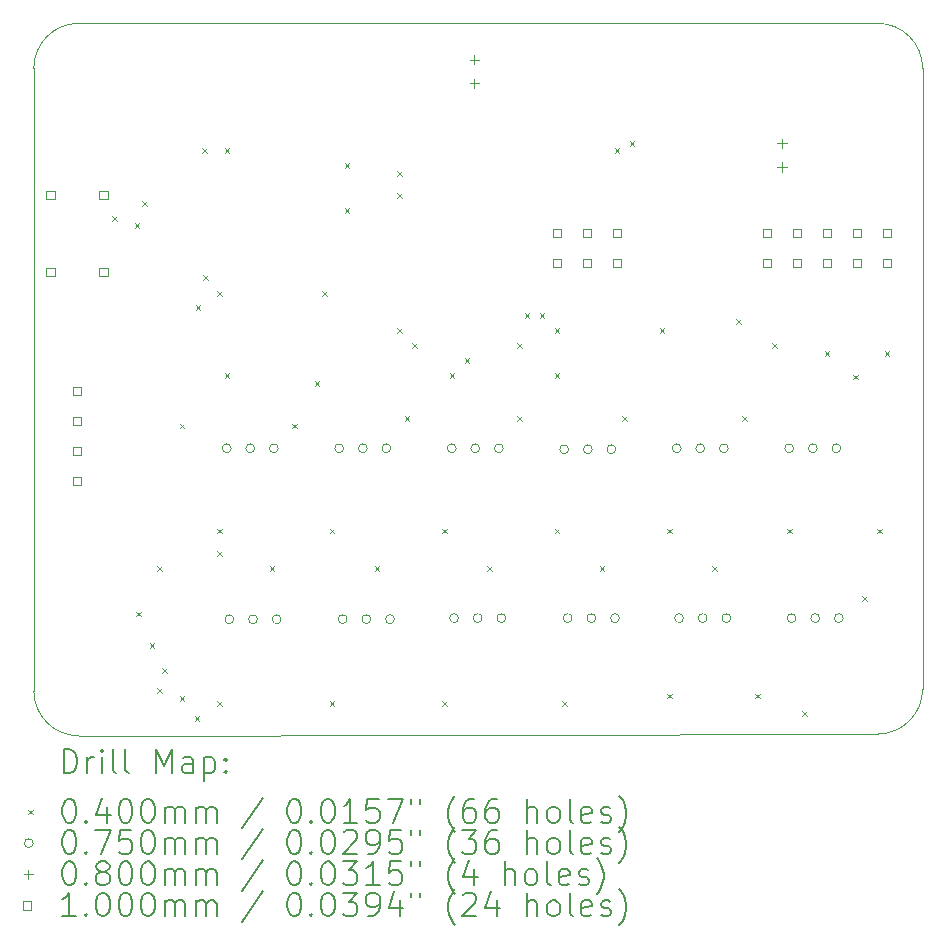
<source format=gbr>
%FSLAX45Y45*%
G04 Gerber Fmt 4.5, Leading zero omitted, Abs format (unit mm)*
G04 Created by KiCad (PCBNEW (6.0.0)) date 2022-03-13 20:46:12*
%MOMM*%
%LPD*%
G01*
G04 APERTURE LIST*
%TA.AperFunction,Profile*%
%ADD10C,0.100000*%
%TD*%
%ADD11C,0.200000*%
%ADD12C,0.040000*%
%ADD13C,0.075000*%
%ADD14C,0.080000*%
%ADD15C,0.100000*%
G04 APERTURE END LIST*
D10*
X7414092Y0D02*
G75*
G03*
X7033092Y381000I-381000J0D01*
G01*
X269408Y381000D02*
G75*
G03*
X-111592Y0I0J-381000D01*
G01*
X7033092Y-5636092D02*
X269408Y-5651500D01*
X7033092Y-5636092D02*
G75*
G03*
X7414092Y-5255092I0J381000D01*
G01*
X-111592Y-5270500D02*
X-111592Y0D01*
X269408Y381000D02*
X7033092Y381000D01*
X7414092Y-5255092D02*
X7414092Y0D01*
X-111592Y-5270500D02*
G75*
G03*
X269408Y-5651500I381000J0D01*
G01*
D11*
D12*
X551500Y-1250000D02*
X591500Y-1290000D01*
X591500Y-1250000D02*
X551500Y-1290000D01*
X742000Y-1313500D02*
X782000Y-1353500D01*
X782000Y-1313500D02*
X742000Y-1353500D01*
X756259Y-4601241D02*
X796259Y-4641241D01*
X796259Y-4601241D02*
X756259Y-4641241D01*
X805500Y-1123000D02*
X845500Y-1163000D01*
X845500Y-1123000D02*
X805500Y-1163000D01*
X869000Y-4869500D02*
X909000Y-4909500D01*
X909000Y-4869500D02*
X869000Y-4909500D01*
X932500Y-4215600D02*
X972500Y-4255600D01*
X972500Y-4215600D02*
X932500Y-4255600D01*
X932500Y-5250500D02*
X972500Y-5290500D01*
X972500Y-5250500D02*
X932500Y-5290500D01*
X977804Y-5078196D02*
X1017804Y-5118196D01*
X1017804Y-5078196D02*
X977804Y-5118196D01*
X1123000Y-3009100D02*
X1163000Y-3049100D01*
X1163000Y-3009100D02*
X1123000Y-3049100D01*
X1123000Y-5314000D02*
X1163000Y-5354000D01*
X1163000Y-5314000D02*
X1123000Y-5354000D01*
X1250000Y-5485600D02*
X1290000Y-5525600D01*
X1290000Y-5485600D02*
X1250000Y-5525600D01*
X1259597Y-2002403D02*
X1299597Y-2042403D01*
X1299597Y-2002403D02*
X1259597Y-2042403D01*
X1313500Y-678500D02*
X1353500Y-718500D01*
X1353500Y-678500D02*
X1313500Y-718500D01*
X1323049Y-1748451D02*
X1363049Y-1788451D01*
X1363049Y-1748451D02*
X1323049Y-1788451D01*
X1440500Y-1885000D02*
X1480500Y-1925000D01*
X1480500Y-1885000D02*
X1440500Y-1925000D01*
X1440500Y-3898100D02*
X1480500Y-3938100D01*
X1480500Y-3898100D02*
X1440500Y-3938100D01*
X1440500Y-4088600D02*
X1480500Y-4128600D01*
X1480500Y-4088600D02*
X1440500Y-4128600D01*
X1440500Y-5358600D02*
X1480500Y-5398600D01*
X1480500Y-5358600D02*
X1440500Y-5398600D01*
X1504000Y-678500D02*
X1544000Y-718500D01*
X1544000Y-678500D02*
X1504000Y-718500D01*
X1504000Y-2583500D02*
X1544000Y-2623500D01*
X1544000Y-2583500D02*
X1504000Y-2623500D01*
X1885000Y-4215600D02*
X1925000Y-4255600D01*
X1925000Y-4215600D02*
X1885000Y-4255600D01*
X2075500Y-3009100D02*
X2115500Y-3049100D01*
X2115500Y-3009100D02*
X2075500Y-3049100D01*
X2266000Y-2647000D02*
X2306000Y-2687000D01*
X2306000Y-2647000D02*
X2266000Y-2687000D01*
X2329500Y-1885000D02*
X2369500Y-1925000D01*
X2369500Y-1885000D02*
X2329500Y-1925000D01*
X2393000Y-3898100D02*
X2433000Y-3938100D01*
X2433000Y-3898100D02*
X2393000Y-3938100D01*
X2393000Y-5358600D02*
X2433000Y-5398600D01*
X2433000Y-5358600D02*
X2393000Y-5398600D01*
X2520000Y-805500D02*
X2560000Y-845500D01*
X2560000Y-805500D02*
X2520000Y-845500D01*
X2520000Y-1186500D02*
X2560000Y-1226500D01*
X2560000Y-1186500D02*
X2520000Y-1226500D01*
X2774000Y-4215600D02*
X2814000Y-4255600D01*
X2814000Y-4215600D02*
X2774000Y-4255600D01*
X2964500Y-869000D02*
X3004500Y-909000D01*
X3004500Y-869000D02*
X2964500Y-909000D01*
X2964500Y-1059500D02*
X3004500Y-1099500D01*
X3004500Y-1059500D02*
X2964500Y-1099500D01*
X2964500Y-2202500D02*
X3004500Y-2242500D01*
X3004500Y-2202500D02*
X2964500Y-2242500D01*
X3028000Y-2945600D02*
X3068000Y-2985600D01*
X3068000Y-2945600D02*
X3028000Y-2985600D01*
X3091500Y-2329500D02*
X3131500Y-2369500D01*
X3131500Y-2329500D02*
X3091500Y-2369500D01*
X3345500Y-3898100D02*
X3385500Y-3938100D01*
X3385500Y-3898100D02*
X3345500Y-3938100D01*
X3345500Y-5358600D02*
X3385500Y-5398600D01*
X3385500Y-5358600D02*
X3345500Y-5398600D01*
X3409000Y-2583500D02*
X3449000Y-2623500D01*
X3449000Y-2583500D02*
X3409000Y-2623500D01*
X3536000Y-2456500D02*
X3576000Y-2496500D01*
X3576000Y-2456500D02*
X3536000Y-2496500D01*
X3726500Y-4215600D02*
X3766500Y-4255600D01*
X3766500Y-4215600D02*
X3726500Y-4255600D01*
X3980500Y-2329500D02*
X4020500Y-2369500D01*
X4020500Y-2329500D02*
X3980500Y-2369500D01*
X3980500Y-2945600D02*
X4020500Y-2985600D01*
X4020500Y-2945600D02*
X3980500Y-2985600D01*
X4044000Y-2075500D02*
X4084000Y-2115500D01*
X4084000Y-2075500D02*
X4044000Y-2115500D01*
X4171000Y-2075500D02*
X4211000Y-2115500D01*
X4211000Y-2075500D02*
X4171000Y-2115500D01*
X4298000Y-2202500D02*
X4338000Y-2242500D01*
X4338000Y-2202500D02*
X4298000Y-2242500D01*
X4298000Y-2583500D02*
X4338000Y-2623500D01*
X4338000Y-2583500D02*
X4298000Y-2623500D01*
X4298000Y-3898100D02*
X4338000Y-3938100D01*
X4338000Y-3898100D02*
X4298000Y-3938100D01*
X4361500Y-5358600D02*
X4401500Y-5398600D01*
X4401500Y-5358600D02*
X4361500Y-5398600D01*
X4679000Y-4215600D02*
X4719000Y-4255600D01*
X4719000Y-4215600D02*
X4679000Y-4255600D01*
X4806000Y-678500D02*
X4846000Y-718500D01*
X4846000Y-678500D02*
X4806000Y-718500D01*
X4869500Y-2945600D02*
X4909500Y-2985600D01*
X4909500Y-2945600D02*
X4869500Y-2985600D01*
X4933000Y-615000D02*
X4973000Y-655000D01*
X4973000Y-615000D02*
X4933000Y-655000D01*
X5187000Y-2202500D02*
X5227000Y-2242500D01*
X5227000Y-2202500D02*
X5187000Y-2242500D01*
X5250500Y-3898100D02*
X5290500Y-3938100D01*
X5290500Y-3898100D02*
X5250500Y-3938100D01*
X5250500Y-5295100D02*
X5290500Y-5335100D01*
X5290500Y-5295100D02*
X5250500Y-5335100D01*
X5631500Y-4215600D02*
X5671500Y-4255600D01*
X5671500Y-4215600D02*
X5631500Y-4255600D01*
X5837000Y-2124000D02*
X5877000Y-2164000D01*
X5877000Y-2124000D02*
X5837000Y-2164000D01*
X5885500Y-2945600D02*
X5925500Y-2985600D01*
X5925500Y-2945600D02*
X5885500Y-2985600D01*
X5993600Y-5295100D02*
X6033600Y-5335100D01*
X6033600Y-5295100D02*
X5993600Y-5335100D01*
X6139500Y-2329500D02*
X6179500Y-2369500D01*
X6179500Y-2329500D02*
X6139500Y-2369500D01*
X6266500Y-3898100D02*
X6306500Y-3938100D01*
X6306500Y-3898100D02*
X6266500Y-3938100D01*
X6393500Y-5441000D02*
X6433500Y-5481000D01*
X6433500Y-5441000D02*
X6393500Y-5481000D01*
X6584000Y-2393000D02*
X6624000Y-2433000D01*
X6624000Y-2393000D02*
X6584000Y-2433000D01*
X6827500Y-2594000D02*
X6867500Y-2634000D01*
X6867500Y-2594000D02*
X6827500Y-2634000D01*
X6901500Y-4469600D02*
X6941500Y-4509600D01*
X6941500Y-4469600D02*
X6901500Y-4509600D01*
X7028500Y-3898100D02*
X7068500Y-3938100D01*
X7068500Y-3898100D02*
X7028500Y-3938100D01*
X7092000Y-2393000D02*
X7132000Y-2433000D01*
X7132000Y-2393000D02*
X7092000Y-2433000D01*
D13*
X1558900Y-3217300D02*
G75*
G03*
X1558900Y-3217300I-37500J0D01*
G01*
X1581800Y-4665300D02*
G75*
G03*
X1581800Y-4665300I-37500J0D01*
G01*
X1758900Y-3217300D02*
G75*
G03*
X1758900Y-3217300I-37500J0D01*
G01*
X1781800Y-4665300D02*
G75*
G03*
X1781800Y-4665300I-37500J0D01*
G01*
X1958900Y-3217300D02*
G75*
G03*
X1958900Y-3217300I-37500J0D01*
G01*
X1981800Y-4665300D02*
G75*
G03*
X1981800Y-4665300I-37500J0D01*
G01*
X2511400Y-3217300D02*
G75*
G03*
X2511400Y-3217300I-37500J0D01*
G01*
X2541400Y-4663700D02*
G75*
G03*
X2541400Y-4663700I-37500J0D01*
G01*
X2711400Y-3217300D02*
G75*
G03*
X2711400Y-3217300I-37500J0D01*
G01*
X2741400Y-4663700D02*
G75*
G03*
X2741400Y-4663700I-37500J0D01*
G01*
X2911400Y-3217300D02*
G75*
G03*
X2911400Y-3217300I-37500J0D01*
G01*
X2941400Y-4663700D02*
G75*
G03*
X2941400Y-4663700I-37500J0D01*
G01*
X3463900Y-3217300D02*
G75*
G03*
X3463900Y-3217300I-37500J0D01*
G01*
X3484400Y-4655200D02*
G75*
G03*
X3484400Y-4655200I-37500J0D01*
G01*
X3663900Y-3217300D02*
G75*
G03*
X3663900Y-3217300I-37500J0D01*
G01*
X3684400Y-4655200D02*
G75*
G03*
X3684400Y-4655200I-37500J0D01*
G01*
X3863900Y-3217300D02*
G75*
G03*
X3863900Y-3217300I-37500J0D01*
G01*
X3884400Y-4655200D02*
G75*
G03*
X3884400Y-4655200I-37500J0D01*
G01*
X4416400Y-3225800D02*
G75*
G03*
X4416400Y-3225800I-37500J0D01*
G01*
X4446400Y-4655200D02*
G75*
G03*
X4446400Y-4655200I-37500J0D01*
G01*
X4616400Y-3225800D02*
G75*
G03*
X4616400Y-3225800I-37500J0D01*
G01*
X4646400Y-4655200D02*
G75*
G03*
X4646400Y-4655200I-37500J0D01*
G01*
X4816400Y-3225800D02*
G75*
G03*
X4816400Y-3225800I-37500J0D01*
G01*
X4846400Y-4655200D02*
G75*
G03*
X4846400Y-4655200I-37500J0D01*
G01*
X5368900Y-3217300D02*
G75*
G03*
X5368900Y-3217300I-37500J0D01*
G01*
X5389400Y-4655200D02*
G75*
G03*
X5389400Y-4655200I-37500J0D01*
G01*
X5568900Y-3217300D02*
G75*
G03*
X5568900Y-3217300I-37500J0D01*
G01*
X5589400Y-4655200D02*
G75*
G03*
X5589400Y-4655200I-37500J0D01*
G01*
X5768900Y-3217300D02*
G75*
G03*
X5768900Y-3217300I-37500J0D01*
G01*
X5789400Y-4655200D02*
G75*
G03*
X5789400Y-4655200I-37500J0D01*
G01*
X6321400Y-3217300D02*
G75*
G03*
X6321400Y-3217300I-37500J0D01*
G01*
X6341900Y-4655200D02*
G75*
G03*
X6341900Y-4655200I-37500J0D01*
G01*
X6521400Y-3217300D02*
G75*
G03*
X6521400Y-3217300I-37500J0D01*
G01*
X6541900Y-4655200D02*
G75*
G03*
X6541900Y-4655200I-37500J0D01*
G01*
X6721400Y-3217300D02*
G75*
G03*
X6721400Y-3217300I-37500J0D01*
G01*
X6741900Y-4655200D02*
G75*
G03*
X6741900Y-4655200I-37500J0D01*
G01*
D14*
X3619500Y113000D02*
X3619500Y33000D01*
X3579500Y73000D02*
X3659500Y73000D01*
X3619500Y-87000D02*
X3619500Y-167000D01*
X3579500Y-127000D02*
X3659500Y-127000D01*
X6223000Y-595000D02*
X6223000Y-675000D01*
X6183000Y-635000D02*
X6263000Y-635000D01*
X6223000Y-795000D02*
X6223000Y-875000D01*
X6183000Y-835000D02*
X6263000Y-835000D01*
D15*
X64356Y-1107356D02*
X64356Y-1036644D01*
X-6356Y-1036644D01*
X-6356Y-1107356D01*
X64356Y-1107356D01*
X64356Y-1757356D02*
X64356Y-1686644D01*
X-6356Y-1686644D01*
X-6356Y-1757356D01*
X64356Y-1757356D01*
X289356Y-2765856D02*
X289356Y-2695144D01*
X218644Y-2695144D01*
X218644Y-2765856D01*
X289356Y-2765856D01*
X289356Y-3019856D02*
X289356Y-2949144D01*
X218644Y-2949144D01*
X218644Y-3019856D01*
X289356Y-3019856D01*
X289356Y-3273856D02*
X289356Y-3203144D01*
X218644Y-3203144D01*
X218644Y-3273856D01*
X289356Y-3273856D01*
X289356Y-3527856D02*
X289356Y-3457144D01*
X218644Y-3457144D01*
X218644Y-3527856D01*
X289356Y-3527856D01*
X514356Y-1107356D02*
X514356Y-1036644D01*
X443644Y-1036644D01*
X443644Y-1107356D01*
X514356Y-1107356D01*
X514356Y-1757356D02*
X514356Y-1686644D01*
X443644Y-1686644D01*
X443644Y-1757356D01*
X514356Y-1757356D01*
X4353356Y-1432356D02*
X4353356Y-1361644D01*
X4282644Y-1361644D01*
X4282644Y-1432356D01*
X4353356Y-1432356D01*
X4353356Y-1686356D02*
X4353356Y-1615644D01*
X4282644Y-1615644D01*
X4282644Y-1686356D01*
X4353356Y-1686356D01*
X4607356Y-1432356D02*
X4607356Y-1361644D01*
X4536644Y-1361644D01*
X4536644Y-1432356D01*
X4607356Y-1432356D01*
X4607356Y-1686356D02*
X4607356Y-1615644D01*
X4536644Y-1615644D01*
X4536644Y-1686356D01*
X4607356Y-1686356D01*
X4861356Y-1432356D02*
X4861356Y-1361644D01*
X4790644Y-1361644D01*
X4790644Y-1432356D01*
X4861356Y-1432356D01*
X4861356Y-1686356D02*
X4861356Y-1615644D01*
X4790644Y-1615644D01*
X4790644Y-1686356D01*
X4861356Y-1686356D01*
X6131356Y-1432356D02*
X6131356Y-1361644D01*
X6060644Y-1361644D01*
X6060644Y-1432356D01*
X6131356Y-1432356D01*
X6131356Y-1686356D02*
X6131356Y-1615644D01*
X6060644Y-1615644D01*
X6060644Y-1686356D01*
X6131356Y-1686356D01*
X6385356Y-1432356D02*
X6385356Y-1361644D01*
X6314644Y-1361644D01*
X6314644Y-1432356D01*
X6385356Y-1432356D01*
X6385356Y-1686356D02*
X6385356Y-1615644D01*
X6314644Y-1615644D01*
X6314644Y-1686356D01*
X6385356Y-1686356D01*
X6639356Y-1432356D02*
X6639356Y-1361644D01*
X6568644Y-1361644D01*
X6568644Y-1432356D01*
X6639356Y-1432356D01*
X6639356Y-1686356D02*
X6639356Y-1615644D01*
X6568644Y-1615644D01*
X6568644Y-1686356D01*
X6639356Y-1686356D01*
X6893356Y-1432356D02*
X6893356Y-1361644D01*
X6822644Y-1361644D01*
X6822644Y-1432356D01*
X6893356Y-1432356D01*
X6893356Y-1686356D02*
X6893356Y-1615644D01*
X6822644Y-1615644D01*
X6822644Y-1686356D01*
X6893356Y-1686356D01*
X7147356Y-1432356D02*
X7147356Y-1361644D01*
X7076644Y-1361644D01*
X7076644Y-1432356D01*
X7147356Y-1432356D01*
X7147356Y-1686356D02*
X7147356Y-1615644D01*
X7076644Y-1615644D01*
X7076644Y-1686356D01*
X7147356Y-1686356D01*
D11*
X141027Y-5966976D02*
X141027Y-5766976D01*
X188646Y-5766976D01*
X217217Y-5776500D01*
X236265Y-5795548D01*
X245789Y-5814595D01*
X255312Y-5852690D01*
X255312Y-5881262D01*
X245789Y-5919357D01*
X236265Y-5938405D01*
X217217Y-5957452D01*
X188646Y-5966976D01*
X141027Y-5966976D01*
X341027Y-5966976D02*
X341027Y-5833643D01*
X341027Y-5871738D02*
X350550Y-5852690D01*
X360074Y-5843167D01*
X379122Y-5833643D01*
X398170Y-5833643D01*
X464836Y-5966976D02*
X464836Y-5833643D01*
X464836Y-5766976D02*
X455312Y-5776500D01*
X464836Y-5786024D01*
X474360Y-5776500D01*
X464836Y-5766976D01*
X464836Y-5786024D01*
X588646Y-5966976D02*
X569598Y-5957452D01*
X560074Y-5938405D01*
X560074Y-5766976D01*
X693408Y-5966976D02*
X674360Y-5957452D01*
X664836Y-5938405D01*
X664836Y-5766976D01*
X921979Y-5966976D02*
X921979Y-5766976D01*
X988646Y-5909833D01*
X1055312Y-5766976D01*
X1055312Y-5966976D01*
X1236265Y-5966976D02*
X1236265Y-5862214D01*
X1226741Y-5843167D01*
X1207693Y-5833643D01*
X1169598Y-5833643D01*
X1150551Y-5843167D01*
X1236265Y-5957452D02*
X1217217Y-5966976D01*
X1169598Y-5966976D01*
X1150551Y-5957452D01*
X1141027Y-5938405D01*
X1141027Y-5919357D01*
X1150551Y-5900309D01*
X1169598Y-5890786D01*
X1217217Y-5890786D01*
X1236265Y-5881262D01*
X1331503Y-5833643D02*
X1331503Y-6033643D01*
X1331503Y-5843167D02*
X1350551Y-5833643D01*
X1388646Y-5833643D01*
X1407693Y-5843167D01*
X1417217Y-5852690D01*
X1426741Y-5871738D01*
X1426741Y-5928881D01*
X1417217Y-5947928D01*
X1407693Y-5957452D01*
X1388646Y-5966976D01*
X1350551Y-5966976D01*
X1331503Y-5957452D01*
X1512455Y-5947928D02*
X1521979Y-5957452D01*
X1512455Y-5966976D01*
X1502931Y-5957452D01*
X1512455Y-5947928D01*
X1512455Y-5966976D01*
X1512455Y-5843167D02*
X1521979Y-5852690D01*
X1512455Y-5862214D01*
X1502931Y-5852690D01*
X1512455Y-5843167D01*
X1512455Y-5862214D01*
D12*
X-156592Y-6276500D02*
X-116592Y-6316500D01*
X-116592Y-6276500D02*
X-156592Y-6316500D01*
D11*
X179122Y-6186976D02*
X198170Y-6186976D01*
X217217Y-6196500D01*
X226741Y-6206024D01*
X236265Y-6225071D01*
X245789Y-6263167D01*
X245789Y-6310786D01*
X236265Y-6348881D01*
X226741Y-6367928D01*
X217217Y-6377452D01*
X198170Y-6386976D01*
X179122Y-6386976D01*
X160074Y-6377452D01*
X150551Y-6367928D01*
X141027Y-6348881D01*
X131503Y-6310786D01*
X131503Y-6263167D01*
X141027Y-6225071D01*
X150551Y-6206024D01*
X160074Y-6196500D01*
X179122Y-6186976D01*
X331503Y-6367928D02*
X341027Y-6377452D01*
X331503Y-6386976D01*
X321979Y-6377452D01*
X331503Y-6367928D01*
X331503Y-6386976D01*
X512455Y-6253643D02*
X512455Y-6386976D01*
X464836Y-6177452D02*
X417217Y-6320309D01*
X541027Y-6320309D01*
X655312Y-6186976D02*
X674360Y-6186976D01*
X693408Y-6196500D01*
X702931Y-6206024D01*
X712455Y-6225071D01*
X721979Y-6263167D01*
X721979Y-6310786D01*
X712455Y-6348881D01*
X702931Y-6367928D01*
X693408Y-6377452D01*
X674360Y-6386976D01*
X655312Y-6386976D01*
X636265Y-6377452D01*
X626741Y-6367928D01*
X617217Y-6348881D01*
X607693Y-6310786D01*
X607693Y-6263167D01*
X617217Y-6225071D01*
X626741Y-6206024D01*
X636265Y-6196500D01*
X655312Y-6186976D01*
X845789Y-6186976D02*
X864836Y-6186976D01*
X883884Y-6196500D01*
X893408Y-6206024D01*
X902931Y-6225071D01*
X912455Y-6263167D01*
X912455Y-6310786D01*
X902931Y-6348881D01*
X893408Y-6367928D01*
X883884Y-6377452D01*
X864836Y-6386976D01*
X845789Y-6386976D01*
X826741Y-6377452D01*
X817217Y-6367928D01*
X807693Y-6348881D01*
X798170Y-6310786D01*
X798170Y-6263167D01*
X807693Y-6225071D01*
X817217Y-6206024D01*
X826741Y-6196500D01*
X845789Y-6186976D01*
X998170Y-6386976D02*
X998170Y-6253643D01*
X998170Y-6272690D02*
X1007693Y-6263167D01*
X1026741Y-6253643D01*
X1055312Y-6253643D01*
X1074360Y-6263167D01*
X1083884Y-6282214D01*
X1083884Y-6386976D01*
X1083884Y-6282214D02*
X1093408Y-6263167D01*
X1112455Y-6253643D01*
X1141027Y-6253643D01*
X1160074Y-6263167D01*
X1169598Y-6282214D01*
X1169598Y-6386976D01*
X1264836Y-6386976D02*
X1264836Y-6253643D01*
X1264836Y-6272690D02*
X1274360Y-6263167D01*
X1293408Y-6253643D01*
X1321979Y-6253643D01*
X1341027Y-6263167D01*
X1350551Y-6282214D01*
X1350551Y-6386976D01*
X1350551Y-6282214D02*
X1360074Y-6263167D01*
X1379122Y-6253643D01*
X1407693Y-6253643D01*
X1426741Y-6263167D01*
X1436265Y-6282214D01*
X1436265Y-6386976D01*
X1826741Y-6177452D02*
X1655312Y-6434595D01*
X2083884Y-6186976D02*
X2102932Y-6186976D01*
X2121979Y-6196500D01*
X2131503Y-6206024D01*
X2141027Y-6225071D01*
X2150551Y-6263167D01*
X2150551Y-6310786D01*
X2141027Y-6348881D01*
X2131503Y-6367928D01*
X2121979Y-6377452D01*
X2102932Y-6386976D01*
X2083884Y-6386976D01*
X2064836Y-6377452D01*
X2055312Y-6367928D01*
X2045789Y-6348881D01*
X2036265Y-6310786D01*
X2036265Y-6263167D01*
X2045789Y-6225071D01*
X2055312Y-6206024D01*
X2064836Y-6196500D01*
X2083884Y-6186976D01*
X2236265Y-6367928D02*
X2245789Y-6377452D01*
X2236265Y-6386976D01*
X2226741Y-6377452D01*
X2236265Y-6367928D01*
X2236265Y-6386976D01*
X2369598Y-6186976D02*
X2388646Y-6186976D01*
X2407693Y-6196500D01*
X2417217Y-6206024D01*
X2426741Y-6225071D01*
X2436265Y-6263167D01*
X2436265Y-6310786D01*
X2426741Y-6348881D01*
X2417217Y-6367928D01*
X2407693Y-6377452D01*
X2388646Y-6386976D01*
X2369598Y-6386976D01*
X2350551Y-6377452D01*
X2341027Y-6367928D01*
X2331503Y-6348881D01*
X2321979Y-6310786D01*
X2321979Y-6263167D01*
X2331503Y-6225071D01*
X2341027Y-6206024D01*
X2350551Y-6196500D01*
X2369598Y-6186976D01*
X2626741Y-6386976D02*
X2512455Y-6386976D01*
X2569598Y-6386976D02*
X2569598Y-6186976D01*
X2550551Y-6215548D01*
X2531503Y-6234595D01*
X2512455Y-6244119D01*
X2807693Y-6186976D02*
X2712455Y-6186976D01*
X2702932Y-6282214D01*
X2712455Y-6272690D01*
X2731503Y-6263167D01*
X2779122Y-6263167D01*
X2798170Y-6272690D01*
X2807693Y-6282214D01*
X2817217Y-6301262D01*
X2817217Y-6348881D01*
X2807693Y-6367928D01*
X2798170Y-6377452D01*
X2779122Y-6386976D01*
X2731503Y-6386976D01*
X2712455Y-6377452D01*
X2702932Y-6367928D01*
X2883884Y-6186976D02*
X3017217Y-6186976D01*
X2931503Y-6386976D01*
X3083884Y-6186976D02*
X3083884Y-6225071D01*
X3160074Y-6186976D02*
X3160074Y-6225071D01*
X3455312Y-6463167D02*
X3445789Y-6453643D01*
X3426741Y-6425071D01*
X3417217Y-6406024D01*
X3407693Y-6377452D01*
X3398170Y-6329833D01*
X3398170Y-6291738D01*
X3407693Y-6244119D01*
X3417217Y-6215548D01*
X3426741Y-6196500D01*
X3445789Y-6167928D01*
X3455312Y-6158405D01*
X3617217Y-6186976D02*
X3579122Y-6186976D01*
X3560074Y-6196500D01*
X3550550Y-6206024D01*
X3531503Y-6234595D01*
X3521979Y-6272690D01*
X3521979Y-6348881D01*
X3531503Y-6367928D01*
X3541027Y-6377452D01*
X3560074Y-6386976D01*
X3598170Y-6386976D01*
X3617217Y-6377452D01*
X3626741Y-6367928D01*
X3636265Y-6348881D01*
X3636265Y-6301262D01*
X3626741Y-6282214D01*
X3617217Y-6272690D01*
X3598170Y-6263167D01*
X3560074Y-6263167D01*
X3541027Y-6272690D01*
X3531503Y-6282214D01*
X3521979Y-6301262D01*
X3807693Y-6186976D02*
X3769598Y-6186976D01*
X3750550Y-6196500D01*
X3741027Y-6206024D01*
X3721979Y-6234595D01*
X3712455Y-6272690D01*
X3712455Y-6348881D01*
X3721979Y-6367928D01*
X3731503Y-6377452D01*
X3750550Y-6386976D01*
X3788646Y-6386976D01*
X3807693Y-6377452D01*
X3817217Y-6367928D01*
X3826741Y-6348881D01*
X3826741Y-6301262D01*
X3817217Y-6282214D01*
X3807693Y-6272690D01*
X3788646Y-6263167D01*
X3750550Y-6263167D01*
X3731503Y-6272690D01*
X3721979Y-6282214D01*
X3712455Y-6301262D01*
X4064836Y-6386976D02*
X4064836Y-6186976D01*
X4150550Y-6386976D02*
X4150550Y-6282214D01*
X4141027Y-6263167D01*
X4121979Y-6253643D01*
X4093408Y-6253643D01*
X4074360Y-6263167D01*
X4064836Y-6272690D01*
X4274360Y-6386976D02*
X4255312Y-6377452D01*
X4245789Y-6367928D01*
X4236265Y-6348881D01*
X4236265Y-6291738D01*
X4245789Y-6272690D01*
X4255312Y-6263167D01*
X4274360Y-6253643D01*
X4302932Y-6253643D01*
X4321979Y-6263167D01*
X4331503Y-6272690D01*
X4341027Y-6291738D01*
X4341027Y-6348881D01*
X4331503Y-6367928D01*
X4321979Y-6377452D01*
X4302932Y-6386976D01*
X4274360Y-6386976D01*
X4455312Y-6386976D02*
X4436265Y-6377452D01*
X4426741Y-6358405D01*
X4426741Y-6186976D01*
X4607693Y-6377452D02*
X4588646Y-6386976D01*
X4550551Y-6386976D01*
X4531503Y-6377452D01*
X4521979Y-6358405D01*
X4521979Y-6282214D01*
X4531503Y-6263167D01*
X4550551Y-6253643D01*
X4588646Y-6253643D01*
X4607693Y-6263167D01*
X4617217Y-6282214D01*
X4617217Y-6301262D01*
X4521979Y-6320309D01*
X4693408Y-6377452D02*
X4712455Y-6386976D01*
X4750551Y-6386976D01*
X4769598Y-6377452D01*
X4779122Y-6358405D01*
X4779122Y-6348881D01*
X4769598Y-6329833D01*
X4750551Y-6320309D01*
X4721979Y-6320309D01*
X4702932Y-6310786D01*
X4693408Y-6291738D01*
X4693408Y-6282214D01*
X4702932Y-6263167D01*
X4721979Y-6253643D01*
X4750551Y-6253643D01*
X4769598Y-6263167D01*
X4845789Y-6463167D02*
X4855312Y-6453643D01*
X4874360Y-6425071D01*
X4883884Y-6406024D01*
X4893408Y-6377452D01*
X4902932Y-6329833D01*
X4902932Y-6291738D01*
X4893408Y-6244119D01*
X4883884Y-6215548D01*
X4874360Y-6196500D01*
X4855312Y-6167928D01*
X4845789Y-6158405D01*
D13*
X-116592Y-6560500D02*
G75*
G03*
X-116592Y-6560500I-37500J0D01*
G01*
D11*
X179122Y-6450976D02*
X198170Y-6450976D01*
X217217Y-6460500D01*
X226741Y-6470024D01*
X236265Y-6489071D01*
X245789Y-6527167D01*
X245789Y-6574786D01*
X236265Y-6612881D01*
X226741Y-6631928D01*
X217217Y-6641452D01*
X198170Y-6650976D01*
X179122Y-6650976D01*
X160074Y-6641452D01*
X150551Y-6631928D01*
X141027Y-6612881D01*
X131503Y-6574786D01*
X131503Y-6527167D01*
X141027Y-6489071D01*
X150551Y-6470024D01*
X160074Y-6460500D01*
X179122Y-6450976D01*
X331503Y-6631928D02*
X341027Y-6641452D01*
X331503Y-6650976D01*
X321979Y-6641452D01*
X331503Y-6631928D01*
X331503Y-6650976D01*
X407693Y-6450976D02*
X541027Y-6450976D01*
X455312Y-6650976D01*
X712455Y-6450976D02*
X617217Y-6450976D01*
X607693Y-6546214D01*
X617217Y-6536690D01*
X636265Y-6527167D01*
X683884Y-6527167D01*
X702931Y-6536690D01*
X712455Y-6546214D01*
X721979Y-6565262D01*
X721979Y-6612881D01*
X712455Y-6631928D01*
X702931Y-6641452D01*
X683884Y-6650976D01*
X636265Y-6650976D01*
X617217Y-6641452D01*
X607693Y-6631928D01*
X845789Y-6450976D02*
X864836Y-6450976D01*
X883884Y-6460500D01*
X893408Y-6470024D01*
X902931Y-6489071D01*
X912455Y-6527167D01*
X912455Y-6574786D01*
X902931Y-6612881D01*
X893408Y-6631928D01*
X883884Y-6641452D01*
X864836Y-6650976D01*
X845789Y-6650976D01*
X826741Y-6641452D01*
X817217Y-6631928D01*
X807693Y-6612881D01*
X798170Y-6574786D01*
X798170Y-6527167D01*
X807693Y-6489071D01*
X817217Y-6470024D01*
X826741Y-6460500D01*
X845789Y-6450976D01*
X998170Y-6650976D02*
X998170Y-6517643D01*
X998170Y-6536690D02*
X1007693Y-6527167D01*
X1026741Y-6517643D01*
X1055312Y-6517643D01*
X1074360Y-6527167D01*
X1083884Y-6546214D01*
X1083884Y-6650976D01*
X1083884Y-6546214D02*
X1093408Y-6527167D01*
X1112455Y-6517643D01*
X1141027Y-6517643D01*
X1160074Y-6527167D01*
X1169598Y-6546214D01*
X1169598Y-6650976D01*
X1264836Y-6650976D02*
X1264836Y-6517643D01*
X1264836Y-6536690D02*
X1274360Y-6527167D01*
X1293408Y-6517643D01*
X1321979Y-6517643D01*
X1341027Y-6527167D01*
X1350551Y-6546214D01*
X1350551Y-6650976D01*
X1350551Y-6546214D02*
X1360074Y-6527167D01*
X1379122Y-6517643D01*
X1407693Y-6517643D01*
X1426741Y-6527167D01*
X1436265Y-6546214D01*
X1436265Y-6650976D01*
X1826741Y-6441452D02*
X1655312Y-6698595D01*
X2083884Y-6450976D02*
X2102932Y-6450976D01*
X2121979Y-6460500D01*
X2131503Y-6470024D01*
X2141027Y-6489071D01*
X2150551Y-6527167D01*
X2150551Y-6574786D01*
X2141027Y-6612881D01*
X2131503Y-6631928D01*
X2121979Y-6641452D01*
X2102932Y-6650976D01*
X2083884Y-6650976D01*
X2064836Y-6641452D01*
X2055312Y-6631928D01*
X2045789Y-6612881D01*
X2036265Y-6574786D01*
X2036265Y-6527167D01*
X2045789Y-6489071D01*
X2055312Y-6470024D01*
X2064836Y-6460500D01*
X2083884Y-6450976D01*
X2236265Y-6631928D02*
X2245789Y-6641452D01*
X2236265Y-6650976D01*
X2226741Y-6641452D01*
X2236265Y-6631928D01*
X2236265Y-6650976D01*
X2369598Y-6450976D02*
X2388646Y-6450976D01*
X2407693Y-6460500D01*
X2417217Y-6470024D01*
X2426741Y-6489071D01*
X2436265Y-6527167D01*
X2436265Y-6574786D01*
X2426741Y-6612881D01*
X2417217Y-6631928D01*
X2407693Y-6641452D01*
X2388646Y-6650976D01*
X2369598Y-6650976D01*
X2350551Y-6641452D01*
X2341027Y-6631928D01*
X2331503Y-6612881D01*
X2321979Y-6574786D01*
X2321979Y-6527167D01*
X2331503Y-6489071D01*
X2341027Y-6470024D01*
X2350551Y-6460500D01*
X2369598Y-6450976D01*
X2512455Y-6470024D02*
X2521979Y-6460500D01*
X2541027Y-6450976D01*
X2588646Y-6450976D01*
X2607693Y-6460500D01*
X2617217Y-6470024D01*
X2626741Y-6489071D01*
X2626741Y-6508119D01*
X2617217Y-6536690D01*
X2502932Y-6650976D01*
X2626741Y-6650976D01*
X2721979Y-6650976D02*
X2760074Y-6650976D01*
X2779122Y-6641452D01*
X2788646Y-6631928D01*
X2807693Y-6603357D01*
X2817217Y-6565262D01*
X2817217Y-6489071D01*
X2807693Y-6470024D01*
X2798170Y-6460500D01*
X2779122Y-6450976D01*
X2741027Y-6450976D01*
X2721979Y-6460500D01*
X2712455Y-6470024D01*
X2702932Y-6489071D01*
X2702932Y-6536690D01*
X2712455Y-6555738D01*
X2721979Y-6565262D01*
X2741027Y-6574786D01*
X2779122Y-6574786D01*
X2798170Y-6565262D01*
X2807693Y-6555738D01*
X2817217Y-6536690D01*
X2998170Y-6450976D02*
X2902931Y-6450976D01*
X2893408Y-6546214D01*
X2902931Y-6536690D01*
X2921979Y-6527167D01*
X2969598Y-6527167D01*
X2988646Y-6536690D01*
X2998170Y-6546214D01*
X3007693Y-6565262D01*
X3007693Y-6612881D01*
X2998170Y-6631928D01*
X2988646Y-6641452D01*
X2969598Y-6650976D01*
X2921979Y-6650976D01*
X2902931Y-6641452D01*
X2893408Y-6631928D01*
X3083884Y-6450976D02*
X3083884Y-6489071D01*
X3160074Y-6450976D02*
X3160074Y-6489071D01*
X3455312Y-6727167D02*
X3445789Y-6717643D01*
X3426741Y-6689071D01*
X3417217Y-6670024D01*
X3407693Y-6641452D01*
X3398170Y-6593833D01*
X3398170Y-6555738D01*
X3407693Y-6508119D01*
X3417217Y-6479548D01*
X3426741Y-6460500D01*
X3445789Y-6431928D01*
X3455312Y-6422405D01*
X3512455Y-6450976D02*
X3636265Y-6450976D01*
X3569598Y-6527167D01*
X3598170Y-6527167D01*
X3617217Y-6536690D01*
X3626741Y-6546214D01*
X3636265Y-6565262D01*
X3636265Y-6612881D01*
X3626741Y-6631928D01*
X3617217Y-6641452D01*
X3598170Y-6650976D01*
X3541027Y-6650976D01*
X3521979Y-6641452D01*
X3512455Y-6631928D01*
X3807693Y-6450976D02*
X3769598Y-6450976D01*
X3750550Y-6460500D01*
X3741027Y-6470024D01*
X3721979Y-6498595D01*
X3712455Y-6536690D01*
X3712455Y-6612881D01*
X3721979Y-6631928D01*
X3731503Y-6641452D01*
X3750550Y-6650976D01*
X3788646Y-6650976D01*
X3807693Y-6641452D01*
X3817217Y-6631928D01*
X3826741Y-6612881D01*
X3826741Y-6565262D01*
X3817217Y-6546214D01*
X3807693Y-6536690D01*
X3788646Y-6527167D01*
X3750550Y-6527167D01*
X3731503Y-6536690D01*
X3721979Y-6546214D01*
X3712455Y-6565262D01*
X4064836Y-6650976D02*
X4064836Y-6450976D01*
X4150550Y-6650976D02*
X4150550Y-6546214D01*
X4141027Y-6527167D01*
X4121979Y-6517643D01*
X4093408Y-6517643D01*
X4074360Y-6527167D01*
X4064836Y-6536690D01*
X4274360Y-6650976D02*
X4255312Y-6641452D01*
X4245789Y-6631928D01*
X4236265Y-6612881D01*
X4236265Y-6555738D01*
X4245789Y-6536690D01*
X4255312Y-6527167D01*
X4274360Y-6517643D01*
X4302932Y-6517643D01*
X4321979Y-6527167D01*
X4331503Y-6536690D01*
X4341027Y-6555738D01*
X4341027Y-6612881D01*
X4331503Y-6631928D01*
X4321979Y-6641452D01*
X4302932Y-6650976D01*
X4274360Y-6650976D01*
X4455312Y-6650976D02*
X4436265Y-6641452D01*
X4426741Y-6622405D01*
X4426741Y-6450976D01*
X4607693Y-6641452D02*
X4588646Y-6650976D01*
X4550551Y-6650976D01*
X4531503Y-6641452D01*
X4521979Y-6622405D01*
X4521979Y-6546214D01*
X4531503Y-6527167D01*
X4550551Y-6517643D01*
X4588646Y-6517643D01*
X4607693Y-6527167D01*
X4617217Y-6546214D01*
X4617217Y-6565262D01*
X4521979Y-6584309D01*
X4693408Y-6641452D02*
X4712455Y-6650976D01*
X4750551Y-6650976D01*
X4769598Y-6641452D01*
X4779122Y-6622405D01*
X4779122Y-6612881D01*
X4769598Y-6593833D01*
X4750551Y-6584309D01*
X4721979Y-6584309D01*
X4702932Y-6574786D01*
X4693408Y-6555738D01*
X4693408Y-6546214D01*
X4702932Y-6527167D01*
X4721979Y-6517643D01*
X4750551Y-6517643D01*
X4769598Y-6527167D01*
X4845789Y-6727167D02*
X4855312Y-6717643D01*
X4874360Y-6689071D01*
X4883884Y-6670024D01*
X4893408Y-6641452D01*
X4902932Y-6593833D01*
X4902932Y-6555738D01*
X4893408Y-6508119D01*
X4883884Y-6479548D01*
X4874360Y-6460500D01*
X4855312Y-6431928D01*
X4845789Y-6422405D01*
D14*
X-156592Y-6784500D02*
X-156592Y-6864500D01*
X-196592Y-6824500D02*
X-116592Y-6824500D01*
D11*
X179122Y-6714976D02*
X198170Y-6714976D01*
X217217Y-6724500D01*
X226741Y-6734024D01*
X236265Y-6753071D01*
X245789Y-6791167D01*
X245789Y-6838786D01*
X236265Y-6876881D01*
X226741Y-6895928D01*
X217217Y-6905452D01*
X198170Y-6914976D01*
X179122Y-6914976D01*
X160074Y-6905452D01*
X150551Y-6895928D01*
X141027Y-6876881D01*
X131503Y-6838786D01*
X131503Y-6791167D01*
X141027Y-6753071D01*
X150551Y-6734024D01*
X160074Y-6724500D01*
X179122Y-6714976D01*
X331503Y-6895928D02*
X341027Y-6905452D01*
X331503Y-6914976D01*
X321979Y-6905452D01*
X331503Y-6895928D01*
X331503Y-6914976D01*
X455312Y-6800690D02*
X436265Y-6791167D01*
X426741Y-6781643D01*
X417217Y-6762595D01*
X417217Y-6753071D01*
X426741Y-6734024D01*
X436265Y-6724500D01*
X455312Y-6714976D01*
X493408Y-6714976D01*
X512455Y-6724500D01*
X521979Y-6734024D01*
X531503Y-6753071D01*
X531503Y-6762595D01*
X521979Y-6781643D01*
X512455Y-6791167D01*
X493408Y-6800690D01*
X455312Y-6800690D01*
X436265Y-6810214D01*
X426741Y-6819738D01*
X417217Y-6838786D01*
X417217Y-6876881D01*
X426741Y-6895928D01*
X436265Y-6905452D01*
X455312Y-6914976D01*
X493408Y-6914976D01*
X512455Y-6905452D01*
X521979Y-6895928D01*
X531503Y-6876881D01*
X531503Y-6838786D01*
X521979Y-6819738D01*
X512455Y-6810214D01*
X493408Y-6800690D01*
X655312Y-6714976D02*
X674360Y-6714976D01*
X693408Y-6724500D01*
X702931Y-6734024D01*
X712455Y-6753071D01*
X721979Y-6791167D01*
X721979Y-6838786D01*
X712455Y-6876881D01*
X702931Y-6895928D01*
X693408Y-6905452D01*
X674360Y-6914976D01*
X655312Y-6914976D01*
X636265Y-6905452D01*
X626741Y-6895928D01*
X617217Y-6876881D01*
X607693Y-6838786D01*
X607693Y-6791167D01*
X617217Y-6753071D01*
X626741Y-6734024D01*
X636265Y-6724500D01*
X655312Y-6714976D01*
X845789Y-6714976D02*
X864836Y-6714976D01*
X883884Y-6724500D01*
X893408Y-6734024D01*
X902931Y-6753071D01*
X912455Y-6791167D01*
X912455Y-6838786D01*
X902931Y-6876881D01*
X893408Y-6895928D01*
X883884Y-6905452D01*
X864836Y-6914976D01*
X845789Y-6914976D01*
X826741Y-6905452D01*
X817217Y-6895928D01*
X807693Y-6876881D01*
X798170Y-6838786D01*
X798170Y-6791167D01*
X807693Y-6753071D01*
X817217Y-6734024D01*
X826741Y-6724500D01*
X845789Y-6714976D01*
X998170Y-6914976D02*
X998170Y-6781643D01*
X998170Y-6800690D02*
X1007693Y-6791167D01*
X1026741Y-6781643D01*
X1055312Y-6781643D01*
X1074360Y-6791167D01*
X1083884Y-6810214D01*
X1083884Y-6914976D01*
X1083884Y-6810214D02*
X1093408Y-6791167D01*
X1112455Y-6781643D01*
X1141027Y-6781643D01*
X1160074Y-6791167D01*
X1169598Y-6810214D01*
X1169598Y-6914976D01*
X1264836Y-6914976D02*
X1264836Y-6781643D01*
X1264836Y-6800690D02*
X1274360Y-6791167D01*
X1293408Y-6781643D01*
X1321979Y-6781643D01*
X1341027Y-6791167D01*
X1350551Y-6810214D01*
X1350551Y-6914976D01*
X1350551Y-6810214D02*
X1360074Y-6791167D01*
X1379122Y-6781643D01*
X1407693Y-6781643D01*
X1426741Y-6791167D01*
X1436265Y-6810214D01*
X1436265Y-6914976D01*
X1826741Y-6705452D02*
X1655312Y-6962595D01*
X2083884Y-6714976D02*
X2102932Y-6714976D01*
X2121979Y-6724500D01*
X2131503Y-6734024D01*
X2141027Y-6753071D01*
X2150551Y-6791167D01*
X2150551Y-6838786D01*
X2141027Y-6876881D01*
X2131503Y-6895928D01*
X2121979Y-6905452D01*
X2102932Y-6914976D01*
X2083884Y-6914976D01*
X2064836Y-6905452D01*
X2055312Y-6895928D01*
X2045789Y-6876881D01*
X2036265Y-6838786D01*
X2036265Y-6791167D01*
X2045789Y-6753071D01*
X2055312Y-6734024D01*
X2064836Y-6724500D01*
X2083884Y-6714976D01*
X2236265Y-6895928D02*
X2245789Y-6905452D01*
X2236265Y-6914976D01*
X2226741Y-6905452D01*
X2236265Y-6895928D01*
X2236265Y-6914976D01*
X2369598Y-6714976D02*
X2388646Y-6714976D01*
X2407693Y-6724500D01*
X2417217Y-6734024D01*
X2426741Y-6753071D01*
X2436265Y-6791167D01*
X2436265Y-6838786D01*
X2426741Y-6876881D01*
X2417217Y-6895928D01*
X2407693Y-6905452D01*
X2388646Y-6914976D01*
X2369598Y-6914976D01*
X2350551Y-6905452D01*
X2341027Y-6895928D01*
X2331503Y-6876881D01*
X2321979Y-6838786D01*
X2321979Y-6791167D01*
X2331503Y-6753071D01*
X2341027Y-6734024D01*
X2350551Y-6724500D01*
X2369598Y-6714976D01*
X2502932Y-6714976D02*
X2626741Y-6714976D01*
X2560074Y-6791167D01*
X2588646Y-6791167D01*
X2607693Y-6800690D01*
X2617217Y-6810214D01*
X2626741Y-6829262D01*
X2626741Y-6876881D01*
X2617217Y-6895928D01*
X2607693Y-6905452D01*
X2588646Y-6914976D01*
X2531503Y-6914976D01*
X2512455Y-6905452D01*
X2502932Y-6895928D01*
X2817217Y-6914976D02*
X2702932Y-6914976D01*
X2760074Y-6914976D02*
X2760074Y-6714976D01*
X2741027Y-6743548D01*
X2721979Y-6762595D01*
X2702932Y-6772119D01*
X2998170Y-6714976D02*
X2902931Y-6714976D01*
X2893408Y-6810214D01*
X2902931Y-6800690D01*
X2921979Y-6791167D01*
X2969598Y-6791167D01*
X2988646Y-6800690D01*
X2998170Y-6810214D01*
X3007693Y-6829262D01*
X3007693Y-6876881D01*
X2998170Y-6895928D01*
X2988646Y-6905452D01*
X2969598Y-6914976D01*
X2921979Y-6914976D01*
X2902931Y-6905452D01*
X2893408Y-6895928D01*
X3083884Y-6714976D02*
X3083884Y-6753071D01*
X3160074Y-6714976D02*
X3160074Y-6753071D01*
X3455312Y-6991167D02*
X3445789Y-6981643D01*
X3426741Y-6953071D01*
X3417217Y-6934024D01*
X3407693Y-6905452D01*
X3398170Y-6857833D01*
X3398170Y-6819738D01*
X3407693Y-6772119D01*
X3417217Y-6743548D01*
X3426741Y-6724500D01*
X3445789Y-6695928D01*
X3455312Y-6686405D01*
X3617217Y-6781643D02*
X3617217Y-6914976D01*
X3569598Y-6705452D02*
X3521979Y-6848309D01*
X3645789Y-6848309D01*
X3874360Y-6914976D02*
X3874360Y-6714976D01*
X3960074Y-6914976D02*
X3960074Y-6810214D01*
X3950550Y-6791167D01*
X3931503Y-6781643D01*
X3902931Y-6781643D01*
X3883884Y-6791167D01*
X3874360Y-6800690D01*
X4083884Y-6914976D02*
X4064836Y-6905452D01*
X4055312Y-6895928D01*
X4045789Y-6876881D01*
X4045789Y-6819738D01*
X4055312Y-6800690D01*
X4064836Y-6791167D01*
X4083884Y-6781643D01*
X4112455Y-6781643D01*
X4131503Y-6791167D01*
X4141027Y-6800690D01*
X4150550Y-6819738D01*
X4150550Y-6876881D01*
X4141027Y-6895928D01*
X4131503Y-6905452D01*
X4112455Y-6914976D01*
X4083884Y-6914976D01*
X4264836Y-6914976D02*
X4245789Y-6905452D01*
X4236265Y-6886405D01*
X4236265Y-6714976D01*
X4417217Y-6905452D02*
X4398170Y-6914976D01*
X4360074Y-6914976D01*
X4341027Y-6905452D01*
X4331503Y-6886405D01*
X4331503Y-6810214D01*
X4341027Y-6791167D01*
X4360074Y-6781643D01*
X4398170Y-6781643D01*
X4417217Y-6791167D01*
X4426741Y-6810214D01*
X4426741Y-6829262D01*
X4331503Y-6848309D01*
X4502932Y-6905452D02*
X4521979Y-6914976D01*
X4560074Y-6914976D01*
X4579122Y-6905452D01*
X4588646Y-6886405D01*
X4588646Y-6876881D01*
X4579122Y-6857833D01*
X4560074Y-6848309D01*
X4531503Y-6848309D01*
X4512455Y-6838786D01*
X4502932Y-6819738D01*
X4502932Y-6810214D01*
X4512455Y-6791167D01*
X4531503Y-6781643D01*
X4560074Y-6781643D01*
X4579122Y-6791167D01*
X4655312Y-6991167D02*
X4664836Y-6981643D01*
X4683884Y-6953071D01*
X4693408Y-6934024D01*
X4702932Y-6905452D01*
X4712455Y-6857833D01*
X4712455Y-6819738D01*
X4702932Y-6772119D01*
X4693408Y-6743548D01*
X4683884Y-6724500D01*
X4664836Y-6695928D01*
X4655312Y-6686405D01*
D15*
X-131237Y-7123856D02*
X-131237Y-7053144D01*
X-201948Y-7053144D01*
X-201948Y-7123856D01*
X-131237Y-7123856D01*
D11*
X245789Y-7178976D02*
X131503Y-7178976D01*
X188646Y-7178976D02*
X188646Y-6978976D01*
X169598Y-7007548D01*
X150551Y-7026595D01*
X131503Y-7036119D01*
X331503Y-7159928D02*
X341027Y-7169452D01*
X331503Y-7178976D01*
X321979Y-7169452D01*
X331503Y-7159928D01*
X331503Y-7178976D01*
X464836Y-6978976D02*
X483884Y-6978976D01*
X502931Y-6988500D01*
X512455Y-6998024D01*
X521979Y-7017071D01*
X531503Y-7055167D01*
X531503Y-7102786D01*
X521979Y-7140881D01*
X512455Y-7159928D01*
X502931Y-7169452D01*
X483884Y-7178976D01*
X464836Y-7178976D01*
X445789Y-7169452D01*
X436265Y-7159928D01*
X426741Y-7140881D01*
X417217Y-7102786D01*
X417217Y-7055167D01*
X426741Y-7017071D01*
X436265Y-6998024D01*
X445789Y-6988500D01*
X464836Y-6978976D01*
X655312Y-6978976D02*
X674360Y-6978976D01*
X693408Y-6988500D01*
X702931Y-6998024D01*
X712455Y-7017071D01*
X721979Y-7055167D01*
X721979Y-7102786D01*
X712455Y-7140881D01*
X702931Y-7159928D01*
X693408Y-7169452D01*
X674360Y-7178976D01*
X655312Y-7178976D01*
X636265Y-7169452D01*
X626741Y-7159928D01*
X617217Y-7140881D01*
X607693Y-7102786D01*
X607693Y-7055167D01*
X617217Y-7017071D01*
X626741Y-6998024D01*
X636265Y-6988500D01*
X655312Y-6978976D01*
X845789Y-6978976D02*
X864836Y-6978976D01*
X883884Y-6988500D01*
X893408Y-6998024D01*
X902931Y-7017071D01*
X912455Y-7055167D01*
X912455Y-7102786D01*
X902931Y-7140881D01*
X893408Y-7159928D01*
X883884Y-7169452D01*
X864836Y-7178976D01*
X845789Y-7178976D01*
X826741Y-7169452D01*
X817217Y-7159928D01*
X807693Y-7140881D01*
X798170Y-7102786D01*
X798170Y-7055167D01*
X807693Y-7017071D01*
X817217Y-6998024D01*
X826741Y-6988500D01*
X845789Y-6978976D01*
X998170Y-7178976D02*
X998170Y-7045643D01*
X998170Y-7064690D02*
X1007693Y-7055167D01*
X1026741Y-7045643D01*
X1055312Y-7045643D01*
X1074360Y-7055167D01*
X1083884Y-7074214D01*
X1083884Y-7178976D01*
X1083884Y-7074214D02*
X1093408Y-7055167D01*
X1112455Y-7045643D01*
X1141027Y-7045643D01*
X1160074Y-7055167D01*
X1169598Y-7074214D01*
X1169598Y-7178976D01*
X1264836Y-7178976D02*
X1264836Y-7045643D01*
X1264836Y-7064690D02*
X1274360Y-7055167D01*
X1293408Y-7045643D01*
X1321979Y-7045643D01*
X1341027Y-7055167D01*
X1350551Y-7074214D01*
X1350551Y-7178976D01*
X1350551Y-7074214D02*
X1360074Y-7055167D01*
X1379122Y-7045643D01*
X1407693Y-7045643D01*
X1426741Y-7055167D01*
X1436265Y-7074214D01*
X1436265Y-7178976D01*
X1826741Y-6969452D02*
X1655312Y-7226595D01*
X2083884Y-6978976D02*
X2102932Y-6978976D01*
X2121979Y-6988500D01*
X2131503Y-6998024D01*
X2141027Y-7017071D01*
X2150551Y-7055167D01*
X2150551Y-7102786D01*
X2141027Y-7140881D01*
X2131503Y-7159928D01*
X2121979Y-7169452D01*
X2102932Y-7178976D01*
X2083884Y-7178976D01*
X2064836Y-7169452D01*
X2055312Y-7159928D01*
X2045789Y-7140881D01*
X2036265Y-7102786D01*
X2036265Y-7055167D01*
X2045789Y-7017071D01*
X2055312Y-6998024D01*
X2064836Y-6988500D01*
X2083884Y-6978976D01*
X2236265Y-7159928D02*
X2245789Y-7169452D01*
X2236265Y-7178976D01*
X2226741Y-7169452D01*
X2236265Y-7159928D01*
X2236265Y-7178976D01*
X2369598Y-6978976D02*
X2388646Y-6978976D01*
X2407693Y-6988500D01*
X2417217Y-6998024D01*
X2426741Y-7017071D01*
X2436265Y-7055167D01*
X2436265Y-7102786D01*
X2426741Y-7140881D01*
X2417217Y-7159928D01*
X2407693Y-7169452D01*
X2388646Y-7178976D01*
X2369598Y-7178976D01*
X2350551Y-7169452D01*
X2341027Y-7159928D01*
X2331503Y-7140881D01*
X2321979Y-7102786D01*
X2321979Y-7055167D01*
X2331503Y-7017071D01*
X2341027Y-6998024D01*
X2350551Y-6988500D01*
X2369598Y-6978976D01*
X2502932Y-6978976D02*
X2626741Y-6978976D01*
X2560074Y-7055167D01*
X2588646Y-7055167D01*
X2607693Y-7064690D01*
X2617217Y-7074214D01*
X2626741Y-7093262D01*
X2626741Y-7140881D01*
X2617217Y-7159928D01*
X2607693Y-7169452D01*
X2588646Y-7178976D01*
X2531503Y-7178976D01*
X2512455Y-7169452D01*
X2502932Y-7159928D01*
X2721979Y-7178976D02*
X2760074Y-7178976D01*
X2779122Y-7169452D01*
X2788646Y-7159928D01*
X2807693Y-7131357D01*
X2817217Y-7093262D01*
X2817217Y-7017071D01*
X2807693Y-6998024D01*
X2798170Y-6988500D01*
X2779122Y-6978976D01*
X2741027Y-6978976D01*
X2721979Y-6988500D01*
X2712455Y-6998024D01*
X2702932Y-7017071D01*
X2702932Y-7064690D01*
X2712455Y-7083738D01*
X2721979Y-7093262D01*
X2741027Y-7102786D01*
X2779122Y-7102786D01*
X2798170Y-7093262D01*
X2807693Y-7083738D01*
X2817217Y-7064690D01*
X2988646Y-7045643D02*
X2988646Y-7178976D01*
X2941027Y-6969452D02*
X2893408Y-7112309D01*
X3017217Y-7112309D01*
X3083884Y-6978976D02*
X3083884Y-7017071D01*
X3160074Y-6978976D02*
X3160074Y-7017071D01*
X3455312Y-7255167D02*
X3445789Y-7245643D01*
X3426741Y-7217071D01*
X3417217Y-7198024D01*
X3407693Y-7169452D01*
X3398170Y-7121833D01*
X3398170Y-7083738D01*
X3407693Y-7036119D01*
X3417217Y-7007548D01*
X3426741Y-6988500D01*
X3445789Y-6959928D01*
X3455312Y-6950405D01*
X3521979Y-6998024D02*
X3531503Y-6988500D01*
X3550550Y-6978976D01*
X3598170Y-6978976D01*
X3617217Y-6988500D01*
X3626741Y-6998024D01*
X3636265Y-7017071D01*
X3636265Y-7036119D01*
X3626741Y-7064690D01*
X3512455Y-7178976D01*
X3636265Y-7178976D01*
X3807693Y-7045643D02*
X3807693Y-7178976D01*
X3760074Y-6969452D02*
X3712455Y-7112309D01*
X3836265Y-7112309D01*
X4064836Y-7178976D02*
X4064836Y-6978976D01*
X4150550Y-7178976D02*
X4150550Y-7074214D01*
X4141027Y-7055167D01*
X4121979Y-7045643D01*
X4093408Y-7045643D01*
X4074360Y-7055167D01*
X4064836Y-7064690D01*
X4274360Y-7178976D02*
X4255312Y-7169452D01*
X4245789Y-7159928D01*
X4236265Y-7140881D01*
X4236265Y-7083738D01*
X4245789Y-7064690D01*
X4255312Y-7055167D01*
X4274360Y-7045643D01*
X4302932Y-7045643D01*
X4321979Y-7055167D01*
X4331503Y-7064690D01*
X4341027Y-7083738D01*
X4341027Y-7140881D01*
X4331503Y-7159928D01*
X4321979Y-7169452D01*
X4302932Y-7178976D01*
X4274360Y-7178976D01*
X4455312Y-7178976D02*
X4436265Y-7169452D01*
X4426741Y-7150405D01*
X4426741Y-6978976D01*
X4607693Y-7169452D02*
X4588646Y-7178976D01*
X4550551Y-7178976D01*
X4531503Y-7169452D01*
X4521979Y-7150405D01*
X4521979Y-7074214D01*
X4531503Y-7055167D01*
X4550551Y-7045643D01*
X4588646Y-7045643D01*
X4607693Y-7055167D01*
X4617217Y-7074214D01*
X4617217Y-7093262D01*
X4521979Y-7112309D01*
X4693408Y-7169452D02*
X4712455Y-7178976D01*
X4750551Y-7178976D01*
X4769598Y-7169452D01*
X4779122Y-7150405D01*
X4779122Y-7140881D01*
X4769598Y-7121833D01*
X4750551Y-7112309D01*
X4721979Y-7112309D01*
X4702932Y-7102786D01*
X4693408Y-7083738D01*
X4693408Y-7074214D01*
X4702932Y-7055167D01*
X4721979Y-7045643D01*
X4750551Y-7045643D01*
X4769598Y-7055167D01*
X4845789Y-7255167D02*
X4855312Y-7245643D01*
X4874360Y-7217071D01*
X4883884Y-7198024D01*
X4893408Y-7169452D01*
X4902932Y-7121833D01*
X4902932Y-7083738D01*
X4893408Y-7036119D01*
X4883884Y-7007548D01*
X4874360Y-6988500D01*
X4855312Y-6959928D01*
X4845789Y-6950405D01*
M02*

</source>
